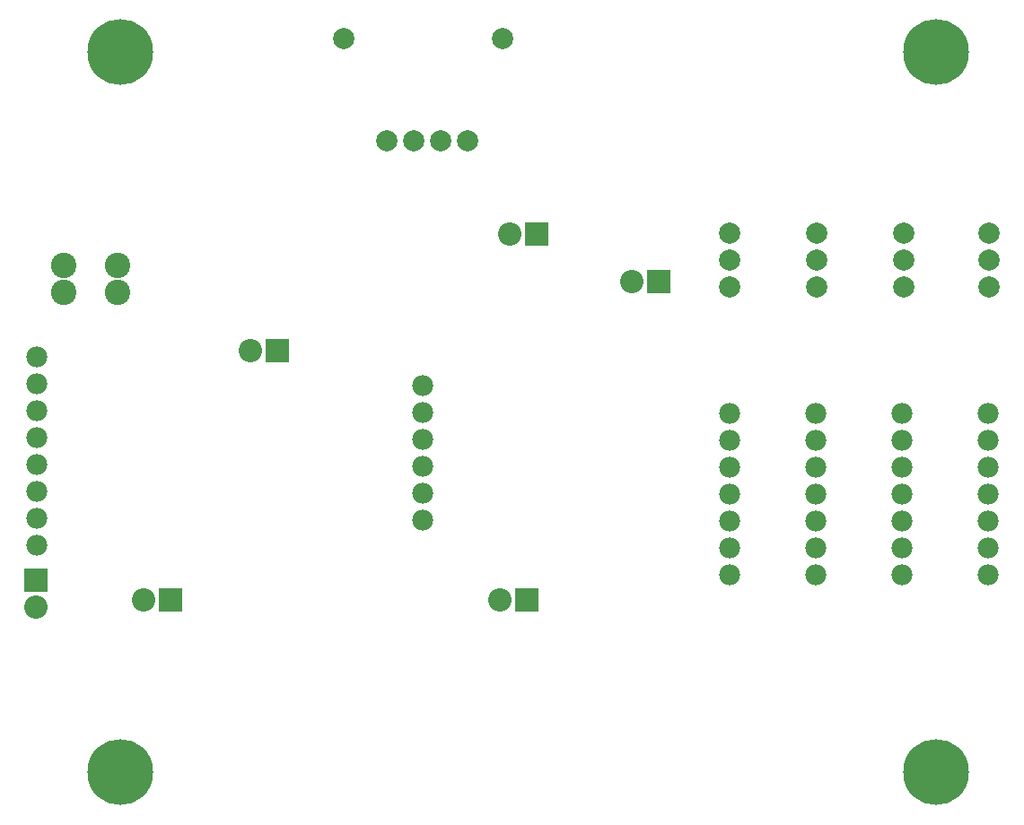
<source format=gbs>
G04*
G04 #@! TF.GenerationSoftware,Altium Limited,Altium Designer,23.0.1 (38)*
G04*
G04 Layer_Color=16711935*
%FSLAX44Y44*%
%MOMM*%
G71*
G04*
G04 #@! TF.SameCoordinates,FF345AFA-0CE5-413A-8FAD-513570D1C1FC*
G04*
G04*
G04 #@! TF.FilePolarity,Negative*
G04*
G01*
G75*
%ADD60R,2.2032X2.2032*%
%ADD61C,2.2032*%
%ADD62C,2.0032*%
%ADD63C,1.9812*%
%ADD64C,2.4032*%
%ADD65R,2.2032X2.2032*%
%ADD66C,6.2032*%
D60*
X640400Y515000D02*
D03*
X525000Y560000D02*
D03*
X280400Y450000D02*
D03*
X515400Y215000D02*
D03*
X180000D02*
D03*
D61*
X615000Y515000D02*
D03*
X499600Y560000D02*
D03*
X255000Y450000D02*
D03*
X490000Y215000D02*
D03*
X154600D02*
D03*
X52750Y208000D02*
D03*
D62*
X706750Y560800D02*
D03*
Y535400D02*
D03*
Y510000D02*
D03*
X383350Y648250D02*
D03*
X408750D02*
D03*
X434150D02*
D03*
X459550D02*
D03*
X871250Y510200D02*
D03*
Y535600D02*
D03*
Y561000D02*
D03*
X951750Y510200D02*
D03*
Y535600D02*
D03*
Y561000D02*
D03*
X788917Y510200D02*
D03*
Y535600D02*
D03*
Y561000D02*
D03*
X493000Y745000D02*
D03*
X343000D02*
D03*
D63*
X951250Y238500D02*
D03*
Y365500D02*
D03*
Y390900D02*
D03*
Y340100D02*
D03*
Y314700D02*
D03*
Y289300D02*
D03*
Y263900D02*
D03*
X53250Y317550D02*
D03*
Y342950D02*
D03*
Y368350D02*
D03*
Y393750D02*
D03*
Y444550D02*
D03*
Y419150D02*
D03*
Y292150D02*
D03*
Y266750D02*
D03*
X869833Y238150D02*
D03*
Y365150D02*
D03*
Y390550D02*
D03*
Y339750D02*
D03*
Y314350D02*
D03*
Y288950D02*
D03*
Y263550D02*
D03*
X788417Y238150D02*
D03*
Y365150D02*
D03*
Y390550D02*
D03*
Y339750D02*
D03*
Y314350D02*
D03*
Y288950D02*
D03*
Y263550D02*
D03*
X707000Y238150D02*
D03*
Y365150D02*
D03*
Y390550D02*
D03*
Y339750D02*
D03*
Y314350D02*
D03*
Y288950D02*
D03*
Y263550D02*
D03*
X417750Y391600D02*
D03*
Y417000D02*
D03*
Y366200D02*
D03*
Y340800D02*
D03*
Y315400D02*
D03*
Y290000D02*
D03*
D64*
X79250Y505350D02*
D03*
X130050D02*
D03*
X79250Y530750D02*
D03*
X130050D02*
D03*
D65*
X52750Y233400D02*
D03*
D66*
X131950Y51900D02*
D03*
X901850D02*
D03*
Y731900D02*
D03*
X131950D02*
D03*
M02*

</source>
